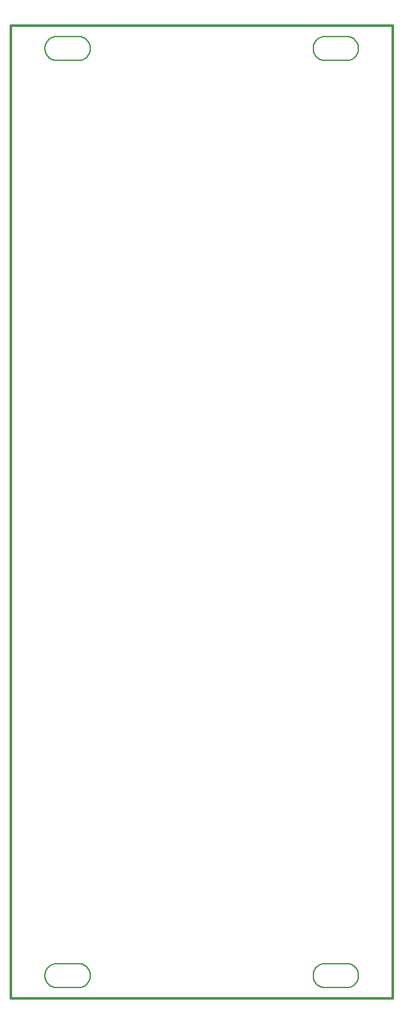
<source format=gbr>
%TF.GenerationSoftware,KiCad,Pcbnew,(6.0.5)*%
%TF.CreationDate,2022-07-06T11:36:20+02:00*%
%TF.ProjectId,faceplate-kicad,66616365-706c-4617-9465-2d6b69636164,rev?*%
%TF.SameCoordinates,Original*%
%TF.FileFunction,Profile,NP*%
%FSLAX46Y46*%
G04 Gerber Fmt 4.6, Leading zero omitted, Abs format (unit mm)*
G04 Created by KiCad (PCBNEW (6.0.5)) date 2022-07-06 11:36:20*
%MOMM*%
%LPD*%
G01*
G04 APERTURE LIST*
%TA.AperFunction,Profile*%
%ADD10C,0.200000*%
%TD*%
%TA.AperFunction,Profile*%
%ADD11C,0.352777*%
%TD*%
G04 APERTURE END LIST*
D10*
X138641945Y-147493190D02*
X138722904Y-147499399D01*
X138802722Y-147509621D01*
X138881296Y-147523754D01*
X138958523Y-147541696D01*
X139034301Y-147563344D01*
X139108528Y-147588595D01*
X139181099Y-147617347D01*
X139251914Y-147649497D01*
X139320869Y-147684943D01*
X139387862Y-147723581D01*
X139452791Y-147765311D01*
X139515551Y-147810028D01*
X139576043Y-147857631D01*
X139634161Y-147908016D01*
X139689805Y-147961082D01*
X139742871Y-148016725D01*
X139793256Y-148074844D01*
X139840860Y-148135334D01*
X139885577Y-148198095D01*
X139927307Y-148263023D01*
X139965946Y-148330016D01*
X140001392Y-148398972D01*
X140033543Y-148469787D01*
X140062295Y-148542358D01*
X140087546Y-148616585D01*
X140109194Y-148692363D01*
X140127136Y-148769591D01*
X140141270Y-148848165D01*
X140151492Y-148927984D01*
X140157701Y-149008944D01*
X140159793Y-149090944D01*
X140157701Y-149172942D01*
X140151492Y-149253901D01*
X140141270Y-149333719D01*
X140127136Y-149412292D01*
X140109194Y-149489519D01*
X140087546Y-149565297D01*
X140062295Y-149639523D01*
X140033543Y-149712094D01*
X140001392Y-149782909D01*
X139965946Y-149851864D01*
X139927307Y-149918857D01*
X139885577Y-149983785D01*
X139840860Y-150046546D01*
X139793256Y-150107037D01*
X139742871Y-150165156D01*
X139689805Y-150220800D01*
X139634161Y-150273866D01*
X139576043Y-150324252D01*
X139515551Y-150371855D01*
X139452791Y-150416573D01*
X139387862Y-150458302D01*
X139320869Y-150496942D01*
X139251914Y-150532388D01*
X139181099Y-150564539D01*
X139108528Y-150593291D01*
X139034301Y-150618542D01*
X138958523Y-150640190D01*
X138881296Y-150658133D01*
X138802722Y-150672266D01*
X138722904Y-150682489D01*
X138641945Y-150688697D01*
X138559946Y-150690790D01*
X135759949Y-150690790D01*
X135677919Y-150688697D01*
X135596929Y-150682489D01*
X135517083Y-150672266D01*
X135438482Y-150658133D01*
X135361231Y-150640190D01*
X135285430Y-150618542D01*
X135211183Y-150593291D01*
X135138592Y-150564539D01*
X135067759Y-150532388D01*
X134998788Y-150496942D01*
X134931780Y-150458302D01*
X134866838Y-150416573D01*
X134804065Y-150371855D01*
X134743562Y-150324252D01*
X134685434Y-150273866D01*
X134629782Y-150220800D01*
X134576708Y-150165156D01*
X134526315Y-150107037D01*
X134478706Y-150046546D01*
X134433984Y-149983785D01*
X134392250Y-149918857D01*
X134353607Y-149851864D01*
X134318158Y-149782909D01*
X134286005Y-149712094D01*
X134257251Y-149639523D01*
X134231999Y-149565297D01*
X134210350Y-149489519D01*
X134192407Y-149412292D01*
X134178273Y-149333719D01*
X134168051Y-149253901D01*
X134161842Y-149172942D01*
X134159749Y-149090944D01*
X134161842Y-149008944D01*
X134168051Y-148927984D01*
X134178273Y-148848165D01*
X134192407Y-148769591D01*
X134210350Y-148692363D01*
X134231999Y-148616585D01*
X134257251Y-148542358D01*
X134286005Y-148469787D01*
X134318158Y-148398972D01*
X134353607Y-148330016D01*
X134392250Y-148263023D01*
X134433984Y-148198095D01*
X134478706Y-148135334D01*
X134526315Y-148074844D01*
X134576708Y-148016725D01*
X134629782Y-147961082D01*
X134685434Y-147908016D01*
X134743562Y-147857631D01*
X134804065Y-147810028D01*
X134866838Y-147765311D01*
X134931780Y-147723581D01*
X134998788Y-147684943D01*
X135067759Y-147649497D01*
X135138592Y-147617347D01*
X135211183Y-147588595D01*
X135285430Y-147563344D01*
X135361231Y-147541696D01*
X135438482Y-147523754D01*
X135517083Y-147509621D01*
X135596929Y-147499399D01*
X135677919Y-147493190D01*
X135759949Y-147491098D01*
X138559946Y-147491098D01*
X138641945Y-147493190D01*
X138641945Y-24993011D02*
X138722904Y-24999220D01*
X138802722Y-25009442D01*
X138881296Y-25023576D01*
X138958523Y-25041518D01*
X139034301Y-25063166D01*
X139108528Y-25088417D01*
X139181099Y-25117169D01*
X139251914Y-25149320D01*
X139320869Y-25184766D01*
X139387862Y-25223405D01*
X139452791Y-25265135D01*
X139515551Y-25309852D01*
X139576043Y-25357455D01*
X139634161Y-25407841D01*
X139689805Y-25460907D01*
X139742871Y-25516551D01*
X139793256Y-25574669D01*
X139840860Y-25635160D01*
X139885577Y-25697921D01*
X139927307Y-25762849D01*
X139965946Y-25829843D01*
X140001392Y-25898798D01*
X140033543Y-25969612D01*
X140062295Y-26042184D01*
X140087546Y-26116410D01*
X140109194Y-26192188D01*
X140127136Y-26269416D01*
X140141270Y-26347990D01*
X140151492Y-26427808D01*
X140157701Y-26508767D01*
X140159793Y-26590766D01*
X140157701Y-26672797D01*
X140151492Y-26753786D01*
X140141270Y-26833633D01*
X140127136Y-26912233D01*
X140109194Y-26989484D01*
X140087546Y-27065285D01*
X140062295Y-27139532D01*
X140033543Y-27212124D01*
X140001392Y-27282956D01*
X139965946Y-27351928D01*
X139927307Y-27418936D01*
X139885577Y-27483877D01*
X139840860Y-27546651D01*
X139793256Y-27607153D01*
X139742871Y-27665281D01*
X139689805Y-27720934D01*
X139634161Y-27774007D01*
X139576043Y-27824400D01*
X139515551Y-27872009D01*
X139452791Y-27916732D01*
X139387862Y-27958466D01*
X139320869Y-27997108D01*
X139251914Y-28032557D01*
X139181099Y-28064710D01*
X139108528Y-28093464D01*
X139034301Y-28118717D01*
X138958523Y-28140366D01*
X138881296Y-28158309D01*
X138802722Y-28172442D01*
X138722904Y-28182665D01*
X138641945Y-28188874D01*
X138559946Y-28190966D01*
X135759949Y-28190966D01*
X135677919Y-28188874D01*
X135596929Y-28182665D01*
X135517083Y-28172442D01*
X135438482Y-28158309D01*
X135361231Y-28140366D01*
X135285430Y-28118717D01*
X135211183Y-28093464D01*
X135138592Y-28064710D01*
X135067759Y-28032557D01*
X134998788Y-27997108D01*
X134931780Y-27958466D01*
X134866838Y-27916732D01*
X134804065Y-27872009D01*
X134743562Y-27824400D01*
X134685434Y-27774007D01*
X134629782Y-27720934D01*
X134576708Y-27665281D01*
X134526315Y-27607153D01*
X134478706Y-27546651D01*
X134433984Y-27483877D01*
X134392250Y-27418936D01*
X134353607Y-27351928D01*
X134318158Y-27282956D01*
X134286005Y-27212124D01*
X134257251Y-27139532D01*
X134231999Y-27065285D01*
X134210350Y-26989484D01*
X134192407Y-26912233D01*
X134178273Y-26833633D01*
X134168051Y-26753786D01*
X134161842Y-26672797D01*
X134159749Y-26590766D01*
X134161842Y-26508767D01*
X134168051Y-26427808D01*
X134178273Y-26347990D01*
X134192407Y-26269416D01*
X134210350Y-26192189D01*
X134231999Y-26116411D01*
X134257251Y-26042184D01*
X134286005Y-25969613D01*
X134318158Y-25898798D01*
X134353607Y-25829843D01*
X134392250Y-25762850D01*
X134433984Y-25697921D01*
X134478706Y-25635160D01*
X134526315Y-25574669D01*
X134576708Y-25516551D01*
X134629782Y-25460907D01*
X134685434Y-25407841D01*
X134743562Y-25357455D01*
X134804065Y-25309852D01*
X134866838Y-25265135D01*
X134931780Y-25223405D01*
X134998788Y-25184766D01*
X135067759Y-25149320D01*
X135138592Y-25117169D01*
X135211183Y-25088417D01*
X135285430Y-25063166D01*
X135361231Y-25041518D01*
X135438482Y-25023576D01*
X135517083Y-25009442D01*
X135596929Y-24999220D01*
X135677919Y-24993011D01*
X135759949Y-24990919D01*
X138559946Y-24990919D01*
X138641945Y-24993011D01*
X174141931Y-24993011D02*
X174222891Y-24999220D01*
X174302709Y-25009442D01*
X174381283Y-25023576D01*
X174458511Y-25041518D01*
X174534289Y-25063166D01*
X174608515Y-25088417D01*
X174681087Y-25117169D01*
X174751901Y-25149320D01*
X174820856Y-25184766D01*
X174887849Y-25223405D01*
X174952778Y-25265135D01*
X175015539Y-25309852D01*
X175076030Y-25357455D01*
X175134148Y-25407841D01*
X175189792Y-25460907D01*
X175242857Y-25516551D01*
X175293243Y-25574669D01*
X175340846Y-25635160D01*
X175385564Y-25697921D01*
X175427293Y-25762849D01*
X175465932Y-25829843D01*
X175501378Y-25898798D01*
X175533529Y-25969612D01*
X175562281Y-26042184D01*
X175587532Y-26116410D01*
X175609180Y-26192188D01*
X175627122Y-26269416D01*
X175641255Y-26347990D01*
X175651478Y-26427808D01*
X175657686Y-26508767D01*
X175659779Y-26590766D01*
X175657686Y-26672797D01*
X175651478Y-26753786D01*
X175641255Y-26833633D01*
X175627122Y-26912233D01*
X175609180Y-26989484D01*
X175587532Y-27065285D01*
X175562281Y-27139532D01*
X175533529Y-27212124D01*
X175501378Y-27282956D01*
X175465932Y-27351928D01*
X175427293Y-27418936D01*
X175385564Y-27483877D01*
X175340846Y-27546651D01*
X175293243Y-27607153D01*
X175242857Y-27665281D01*
X175189792Y-27720934D01*
X175134148Y-27774007D01*
X175076030Y-27824400D01*
X175015539Y-27872009D01*
X174952778Y-27916732D01*
X174887849Y-27958466D01*
X174820856Y-27997108D01*
X174751901Y-28032557D01*
X174681087Y-28064710D01*
X174608515Y-28093464D01*
X174534289Y-28118717D01*
X174458511Y-28140366D01*
X174381283Y-28158309D01*
X174302709Y-28172442D01*
X174222891Y-28182665D01*
X174141931Y-28188874D01*
X174059933Y-28190966D01*
X171259937Y-28190966D01*
X171177907Y-28188874D01*
X171096917Y-28182665D01*
X171017071Y-28172442D01*
X170938471Y-28158309D01*
X170861219Y-28140366D01*
X170785418Y-28118717D01*
X170711171Y-28093464D01*
X170638580Y-28064710D01*
X170567748Y-28032557D01*
X170498776Y-27997108D01*
X170431769Y-27958466D01*
X170366827Y-27916732D01*
X170304054Y-27872009D01*
X170243552Y-27824400D01*
X170185423Y-27774007D01*
X170129771Y-27720934D01*
X170076698Y-27665281D01*
X170026305Y-27607153D01*
X169978696Y-27546651D01*
X169933974Y-27483877D01*
X169892240Y-27418936D01*
X169853597Y-27351928D01*
X169818148Y-27282956D01*
X169785996Y-27212124D01*
X169757242Y-27139532D01*
X169731989Y-27065285D01*
X169710340Y-26989484D01*
X169692398Y-26912233D01*
X169678264Y-26833633D01*
X169668041Y-26753786D01*
X169661833Y-26672797D01*
X169659740Y-26590766D01*
X169661833Y-26508767D01*
X169668041Y-26427808D01*
X169678264Y-26347990D01*
X169692398Y-26269416D01*
X169710340Y-26192189D01*
X169731989Y-26116411D01*
X169757242Y-26042184D01*
X169785996Y-25969613D01*
X169818148Y-25898798D01*
X169853597Y-25829843D01*
X169892240Y-25762850D01*
X169933974Y-25697921D01*
X169978696Y-25635160D01*
X170026305Y-25574669D01*
X170076698Y-25516551D01*
X170129771Y-25460907D01*
X170185423Y-25407841D01*
X170243552Y-25357455D01*
X170304054Y-25309852D01*
X170366827Y-25265135D01*
X170431769Y-25223405D01*
X170498776Y-25184766D01*
X170567748Y-25149320D01*
X170638580Y-25117169D01*
X170711171Y-25088417D01*
X170785418Y-25063166D01*
X170861219Y-25041518D01*
X170938471Y-25023576D01*
X171017071Y-25009442D01*
X171096917Y-24999220D01*
X171177907Y-24993011D01*
X171259937Y-24990919D01*
X174059933Y-24990919D01*
X174141931Y-24993011D01*
X174141931Y-147493190D02*
X174222891Y-147499399D01*
X174302709Y-147509621D01*
X174381283Y-147523754D01*
X174458511Y-147541696D01*
X174534289Y-147563344D01*
X174608515Y-147588595D01*
X174681087Y-147617347D01*
X174751901Y-147649497D01*
X174820856Y-147684943D01*
X174887849Y-147723581D01*
X174952778Y-147765311D01*
X175015539Y-147810028D01*
X175076030Y-147857631D01*
X175134148Y-147908016D01*
X175189792Y-147961082D01*
X175242857Y-148016725D01*
X175293243Y-148074844D01*
X175340846Y-148135334D01*
X175385564Y-148198095D01*
X175427293Y-148263023D01*
X175465932Y-148330016D01*
X175501378Y-148398972D01*
X175533529Y-148469787D01*
X175562281Y-148542358D01*
X175587532Y-148616585D01*
X175609180Y-148692363D01*
X175627122Y-148769591D01*
X175641255Y-148848165D01*
X175651478Y-148927984D01*
X175657686Y-149008944D01*
X175659779Y-149090944D01*
X175657686Y-149172942D01*
X175651478Y-149253901D01*
X175641255Y-149333719D01*
X175627122Y-149412292D01*
X175609180Y-149489519D01*
X175587532Y-149565297D01*
X175562281Y-149639523D01*
X175533529Y-149712094D01*
X175501378Y-149782909D01*
X175465932Y-149851864D01*
X175427293Y-149918857D01*
X175385564Y-149983785D01*
X175340846Y-150046546D01*
X175293243Y-150107037D01*
X175242857Y-150165156D01*
X175189792Y-150220800D01*
X175134148Y-150273866D01*
X175076030Y-150324252D01*
X175015539Y-150371855D01*
X174952778Y-150416573D01*
X174887849Y-150458302D01*
X174820856Y-150496942D01*
X174751901Y-150532388D01*
X174681087Y-150564539D01*
X174608515Y-150593291D01*
X174534289Y-150618542D01*
X174458511Y-150640190D01*
X174381283Y-150658133D01*
X174302709Y-150672266D01*
X174222891Y-150682489D01*
X174141931Y-150688697D01*
X174059933Y-150690790D01*
X171259937Y-150690790D01*
X171177907Y-150688697D01*
X171096917Y-150682489D01*
X171017071Y-150672266D01*
X170938471Y-150658133D01*
X170861219Y-150640190D01*
X170785418Y-150618542D01*
X170711171Y-150593291D01*
X170638580Y-150564539D01*
X170567748Y-150532388D01*
X170498776Y-150496942D01*
X170431769Y-150458302D01*
X170366827Y-150416573D01*
X170304054Y-150371855D01*
X170243552Y-150324252D01*
X170185423Y-150273866D01*
X170129771Y-150220800D01*
X170076698Y-150165156D01*
X170026305Y-150107037D01*
X169978696Y-150046546D01*
X169933974Y-149983785D01*
X169892240Y-149918857D01*
X169853597Y-149851864D01*
X169818148Y-149782909D01*
X169785996Y-149712094D01*
X169757242Y-149639523D01*
X169731989Y-149565297D01*
X169710340Y-149489519D01*
X169692398Y-149412292D01*
X169678264Y-149333719D01*
X169668041Y-149253901D01*
X169661833Y-149172942D01*
X169659740Y-149090944D01*
X169661833Y-149008944D01*
X169668041Y-148927984D01*
X169678264Y-148848165D01*
X169692398Y-148769591D01*
X169710340Y-148692363D01*
X169731989Y-148616585D01*
X169757242Y-148542358D01*
X169785996Y-148469787D01*
X169818148Y-148398972D01*
X169853597Y-148330016D01*
X169892240Y-148263023D01*
X169933974Y-148198095D01*
X169978696Y-148135334D01*
X170026305Y-148074844D01*
X170076698Y-148016725D01*
X170129771Y-147961082D01*
X170185423Y-147908016D01*
X170243552Y-147857631D01*
X170304054Y-147810028D01*
X170366827Y-147765311D01*
X170431769Y-147723581D01*
X170498776Y-147684943D01*
X170567748Y-147649497D01*
X170638580Y-147617347D01*
X170711171Y-147588595D01*
X170785418Y-147563344D01*
X170861219Y-147541696D01*
X170938471Y-147523754D01*
X171017071Y-147509621D01*
X171096917Y-147499399D01*
X171177907Y-147493190D01*
X171259937Y-147491098D01*
X174059933Y-147491098D01*
X174141931Y-147493190D01*
D11*
X129659893Y-152090890D02*
X180160027Y-152090890D01*
X180160027Y-23590883D02*
X129659893Y-23590883D01*
X129659893Y-23590883D02*
X129659893Y-152090890D01*
X180160027Y-152090890D02*
X180160027Y-23590883D01*
M02*

</source>
